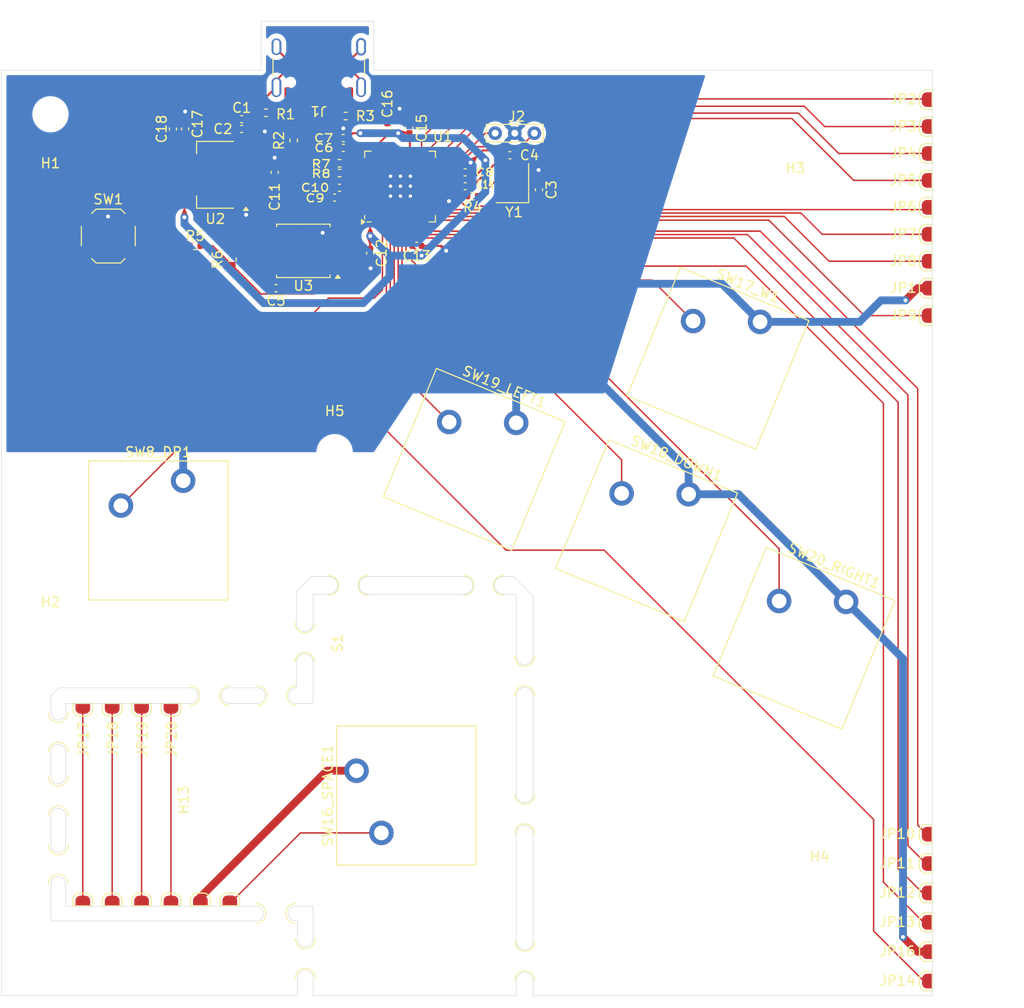
<source format=kicad_pcb>
(kicad_pcb (version 20240108) (generator "pcbnew") (generator_version "8.0")
  (layers (0 "F.Cu" signal) (31 "B.Cu" signal) (34 "B.Paste" user) (35 "F.Paste" user) (36 "B.SilkS" user "B.Silkscreen") (37 "F.SilkS" user "F.Silkscreen") (38 "B.Mask" user) (39 "F.Mask" user) (44 "Edge.Cuts" user))
  (net 0 "")
  (net 1 "VBUS")
  (net 2 "GND")
  (net 3 "+3.3V")
  (net 4 "Net-(C4-Pad2)")
  (net 5 "Net-(J1-SHIELD)")
  (net 6 "Net-(J1-CC2)")
  (net 7 "Net-(J1-CC1)")
  (net 14 "+1V1")
  (net 15 "Net-(R5-Pad1)")
  (net 16 "Net-(U1-USB_DM)")
  (net 17 "Net-(U1-USB_DP)")
  (net 18 "/Main/XIN")
  (net 19 "/Main/XOUT")
  (net 20 "/Main/QSPI_SS")
  (net 21 "/Main/D-")
  (net 22 "/Main/D+")
  (net 23 "/Main/SWCLK")
  (net 24 "/Main/SWDIO")
  (net 25 "/Main/QSPI_SD3")
  (net 26 "/Main/QSPI_SCLK")
  (net 27 "/Main/QSPI_SD0")
  (net 28 "/Main/QSPI_SD2")
  (net 29 "/Main/QSPI_SD1")
  (net 38 "/Main/S2")
  (net 39 "/Main/S1")
  (net 40 "/Main/A1")
  (net 41 "/Main/A2")
  (net 42 "/Main/L1")
  (net 43 "/Main/R1")
  (net 44 "/Main/B4")
  (net 45 "/Main/L3")
  (net 46 "/Main/B3")
  (net 47 "/Main/R2")
  (net 48 "/Main/B2")
  (net 49 "/Main/B1")
  (net 50 "/Main/SPACE")
  (net 51 "DOWN")
  (net 52 "RIGHT")
  (net 53 "LEFT")
  (net 54 "L2")
  (net 55 "W")
  (net 56 "/Buttons/SPACE")
  (net 57 "Net-(JP10-B)")
  (net 58 "Net-(JP11-B)")
  (net 59 "Net-(JP12-B)")
  (net 60 "Net-(JP13-B)")
  (footprint "Capacitor_SMD:C_0402_1005Metric" (layer "F.Cu") (at 155.7 41.9 180)
    (property "Reference" "C10")
    (property "Value" "100n")
  )
  (footprint "Fightstick_Library:EdgeSolderJumper-2_Left_Half" (layer "F.Cu") (at 216.27 107.9)
    (property "Reference" "JP10")
    (property "Value" "SolderJumper_2_Bridged")
  )
  (footprint "" (layer "F.Cu") (at 161.916 40.724)
    (property "Reference" "")
    (property "Value" "")
  )
  (footprint "MountingHole:MountingHole_3.2mm_M3" (layer "F.Cu") (at 126.2 88.4)
    (property "Reference" "H2")
    (property "Value" "MountingHole")
  )
  (footprint "Capacitor_SMD:C_0402_1005Metric" (layer "F.Cu") (at 168.52 41.74)
    (property "Reference" "C14")
    (property "Value" "100n")
  )
  (footprint "Fightstick_Library:Debug_Points" (layer "F.Cu") (at 174.88 36.33 180)
    (property "Reference" "J2")
    (property "Value" "Conn_01x03_Socket")
  )
  (footprint "Capacitor_SMD:C_0402_1005Metric" (layer "F.Cu") (at 173.08 38.58 180)
    (property "Reference" "C4")
    (property "Value" "15p")
  )
  (footprint "" (layer "F.Cu") (at 162.932 41.74)
    (property "Reference" "")
    (property "Value" "")
  )
  (footprint "Resistor_SMD:R_0402_1005Metric" (layer "F.Cu") (at 140.961 47.836)
    (property "Reference" "R5")
    (property "Value" "1K")
  )
  (footprint "Fightstick_Library:mouse-bite-2mm-slot" (layer "F.Cu") (at 152.15 88.35 90)
    (property "Reference" "mouse-bite-2mm-slot" (hide yes))
    (property "Value" "VAL**" (hide yes))
  )
  (footprint "Capacitor_SMD:C_0402_1005Metric" (layer "F.Cu") (at 138.7 35.9 90)
    (property "Reference" "C18")
    (property "Value" "4.7u")
  )
  (footprint "" (layer "F.Cu") (at 161.916 42.756)
    (property "Reference" "")
    (property "Value" "")
  )
  (footprint "Fightstick_Library:mouse-bite-2mm-slot" (layer "F.Cu") (at 170.4 82.5 180)
    (property "Reference" "mouse-bite-2mm-slot" (hide yes))
    (property "Value" "VAL**" (hide yes))
  )
  (footprint "Fightstick_Library:EdgeSolderJumper-2_Left_Half" (layer "F.Cu") (at 129.5 94.45 90)
    (property "Reference" "JP17" (hide yes))
    (property "Value" "SolderJumper_2_Bridged")
  )
  (footprint "PCM_Mounting_Keyboard_Stabilizer:Stabilizer_Cherry_MX_2.00u" (layer "F.Cu") (at 162.51 103.96 90)
    (property "Reference" "S1")
    (property "Value" "~")
  )
  (footprint "Package_TO_SOT_SMD:SOT-223-3_TabPin2" (layer "F.Cu") (at 143.022 40.578 180)
    (property "Reference" "U2")
    (property "Value" "AMS1117-3.3_SOT223")
  )
  (footprint "Capacitor_SMD:C_0402_1005Metric" (layer "F.Cu") (at 160.58 35.83 90)
    (property "Reference" "C16")
    (property "Value" "100n")
  )
  (footprint "Fightstick_Library:mouse-bite-2mm-slot" (layer "F.Cu") (at 127 97.5 90)
    (property "Reference" "mouse-bite-2mm-slot" (hide yes))
    (property "Value" "VAL**" (hide yes))
  )
  (footprint "MountingHole:MountingHole_3.2mm_M3" (layer "F.Cu") (at 144 104.4 90)
    (property "Reference" "H13")
    (property "Value" "MountingHole")
  )
  (footprint "Fightstick_Library:USB_C_Receptacle_U262-161N-4BVC11" (layer "F.Cu") (at 153.58 28.58 180)
    (property "Reference" "J1")
    (property "Value" "USB_C_Receptacle_USB2.0_14P")
  )
  (footprint "Resistor_SMD:R_0402_1005Metric" (layer "F.Cu") (at 156.33 34.58)
    (property "Reference" "R3")
    (property "Value" "5.1K")
  )
  (footprint "Fightstick_Library:EdgeSolderJumper-2_Left_Half" (layer "F.Cu") (at 216.27 54.95)
    (property "Reference" "JP9")
    (property "Value" "SolderJumper_2_Bridged")
  )
  (footprint "" (layer "F.Cu") (at 162.932 40.724)
    (property "Reference" "")
    (property "Value" "")
  )
  (footprint "" (layer "F.Cu") (at 162.932 42.756)
    (property "Reference" "")
    (property "Value" "")
  )
  (footprint "Fightstick_Library:SW_TS-1187A-C-A-B" (layer "F.Cu") (at 132.105 46.83)
    (property "Reference" "SW1")
    (property "Value" "Memory Reset")
  )
  (footprint "PCM_Switch_Keyboard_Cherry_MX:SW_Cherry_MX_PCB_1.00u" (layer "F.Cu") (at 187.034772 76.914362 -22.5)
    (property "Reference" "SW18_DOWN1")
    (property "Value" "SW_Push")
  )
  (footprint "Fightstick_Library:EdgeSolderJumper-2_Left_Half" (layer "F.Cu") (at 216.29 119.9)
    (property "Reference" "JP16")
    (property "Value" "SolderJumper_2_Bridged")
  )
  (footprint "Fightstick_Library:mouse-bite-2mm-slot" (layer "F.Cu") (at 142.45 93.75 180)
    (property "Reference" "mouse-bite-2mm-slot" (hide yes))
    (property "Value" "VAL**" (hide yes))
  )
  (footprint "Fightstick_Library:mouse-bite-2mm-slot" (layer "F.Cu") (at 174.6 120.85 90)
    (property "Reference" "mouse-bite-2mm-slot" (hide yes))
    (property "Value" "VAL**" (hide yes))
  )
  (footprint "Fightstick_Library:EdgeSolderJumper-2_Left_Half" (layer "F.Cu") (at 216.27 35.65)
    (property "Reference" "JP3")
    (property "Value" "SolderJumper_2_Bridged")
  )
  (footprint "MountingHole:MountingHole_3.2mm_M3" (layer "F.Cu") (at 155.2 68.9)
    (property "Reference" "H5")
    (property "Value" "MountingHole")
  )
  (footprint "Fightstick_Library:EdgeSolderJumper-2_Left_Half" (layer "F.Cu") (at 216.27 52.15)
    (property "Reference" "JP1")
    (property "Value" "SolderJumper_2_Bridged")
  )
  (footprint "Resistor_SMD:R_0402_1005Metric" (layer "F.Cu") (at 151.022 37.078 -90)
    (property "Reference" "R2")
    (property "Value" "5.1K")
  )
  (footprint "Fightstick_Library:EdgeSolderJumper-2_Left_Half" (layer "F.Cu") (at 216.29 122.9)
    (property "Reference" "JP14")
    (property "Value" "SolderJumper_2_Bridged")
  )
  (footprint "Fightstick_Library:EdgeSolderJumper-2_Left_Half" (layer "F.Cu") (at 216.27 32.9)
    (property "Reference" "JP2")
    (property "Value" "SolderJumper_2_Bridged")
  )
  (footprint "Capacitor_SMD:C_0402_1005Metric" (layer "F.Cu") (at 168.52 40.33)
    (property "Reference" "C8")
    (property "Value" "100n")
  )
  (footprint "Capacitor_SMD:C_0402_1005Metric" (layer "F.Cu") (at 155.2 42.9 180)
    (property "Reference" "C9")
    (property "Value" "100n")
  )
  (footprint "Fightstick_Library:EdgeSolderJumper-2_Left_Half" (layer "F.Cu") (at 216.27 113.9)
    (property "Reference" "JP12")
    (property "Value" "SolderJumper_2_Bridged")
  )
  (footprint "Fightstick_Library:mouse-bite-2mm-slot" (layer "F.Cu") (at 127 104 90)
    (property "Reference" "mouse-bite-2mm-slot" (hide yes))
    (property "Value" "VAL**" (hide yes))
  )
  (footprint "PCM_Switch_Keyboard_Cherry_MX:SW_Cherry_MX_PCB_1.00u" (layer "F.Cu") (at 203.103943 87.9 -22.5)
    (property "Reference" "SW20_RIGHT1")
    (property "Value" "SW_Push")
  )
  (footprint "Fightstick_Library:mouse-bite-2mm-slot" (layer "F.Cu") (at 174.6 105.85 90)
    (property "Reference" "mouse-bite-2mm-slot" (hide yes))
    (property "Value" "VAL**" (hide yes))
  )
  (footprint "Capacitor_SMD:C_0402_1005Metric" (layer "F.Cu") (at 145.7 35.9)
    (property "Reference" "C2")
    (property "Value" "4.7u")
  )
  (footprint "Capacitor_SMD:C_0402_1005Metric" (layer "F.Cu") (at 156.08 37.83 180)
    (property "Reference" "C6")
    (property "Value" "1u")
  )
  (footprint "PCM_Switch_Keyboard_Cherry_MX:SW_Cherry_MX_PCB" (layer "F.Cu") (at 137.2 76.891696)
    (property "Reference" "SW8_DP1")
    (property "Value" "SW_Push")
  )
  (footprint "Fightstick_Library:EdgeSolderJumper-2_Left_Half" (layer "F.Cu") (at 216.27 43.9)
    (property "Reference" "JP6")
    (property "Value" "SolderJumper_2_Bridged")
  )
  (footprint "Capacitor_SMD:C_0402_1005Metric" (layer "F.Cu") (at 163.58 47.83)
    (property "Reference" "C13")
    (property "Value" "100n")
  )
  (footprint "Crystal:Crystal_SMD_3225-4Pin_3.2x2.5mm" (layer "F.Cu") (at 173.346 41.43 90)
    (property "Reference" "Y1")
    (property "Value" "12 mhz crystal")
  )
  (footprint "Fightstick_Library:EdgeSolderJumper-2_Right_Half" (layer "F.Cu") (at 129.5 115.33 90)
    (property "Reference" "JP10" (hide yes))
    (property "Value" "SolderJumper_2_Bridged")
  )
  (footprint "Fightstick_Library:EdgeSolderJumper-2_Right_Half" (layer "F.Cu") (at 141.5 115.31 90)
    (property "Reference" "JP16" (hide yes))
    (property "Value" "SolderJumper_2_Bridged")
  )
  (footprint "PCM_Switch_Keyboard_Cherry_MX:SW_Cherry_MX_PCB_1.00u" (layer "F.Cu") (at 169.434867 69.624243 -22.5)
    (property "Reference" "SW19_LEFT1")
    (property "Value" "SW_Push")
  )
  (footprint "Capacitor_SMD:C_0402_1005Metric" (layer "F.Cu") (at 149.216 52.154)
    (property "Reference" "C5")
    (property "Value" "100n")
  )
  (footprint "Fightstick_Library:EdgeSolderJumper-2_Left_Half" (layer "F.Cu") (at 138.5 94.45 90)
    (property "Reference" "JP20" (hide yes))
    (property "Value" "SolderJumper_2_Bridged")
  )
  (footprint "Fightstick_Library:mouse-bite-2mm-slot" (layer "F.Cu") (at 149.3 93.75 180)
    (property "Reference" "mouse-bite-2mm-slot" (hide yes))
    (property "Value" "VAL**" (hide yes))
  )
  (footprint "Fightstick_Library:EdgeSolderJumper-2_Left_Half" (layer "F.Cu") (at 135.5 94.45 90)
    (property "Reference" "JP19" (hide yes))
    (property "Value" "SolderJumper_2_Bridged")
  )
  (footprint "Fightstick_Library:mouse-bite-2mm-slot" (layer "F.Cu") (at 149.2 116 180)
    (property "Reference" "mouse-bite-2mm-slot" (hide yes))
    (property "Value" "VAL**" (hide yes))
  )
  (footprint "PCM_Switch_Keyboard_Cherry_MX:SW_Cherry_MX_PCB" (layer "F.Cu") (at 162.51 103.96 90)
    (property "Reference" "SW16_SPACE1")
    (property "Value" "SW_Push")
  )
  (footprint "Fightstick_Library:EdgeSolderJumper-2_Right_Half" (layer "F.Cu") (at 132.5 115.33 90)
    (property "Reference" "JP11" (hide yes))
    (property "Value" "SolderJumper_2_Bridged")
  )
  (footprint "Resistor_SMD:R_0402_1005Metric" (layer "F.Cu") (at 148.2 34.247)
    (property "Reference" "R1")
    (property "Value" "1M")
  )
  (footprint "Capacitor_SMD:C_0402_1005Metric" (layer "F.Cu") (at 139.945 35.898 90)
    (property "Reference" "C17")
    (property "Value" "4.7u")
  )
  (footprint "" (layer "F.Cu") (at 160.9 42.756)
    (property "Reference" "")
    (property "Value" "")
  )
  (footprint "Fightstick_Library:EdgeSolderJumper-2_Left_Half" (layer "F.Cu") (at 216.27 38.4)
    (property "Reference" "JP4")
    (property "Value" "SolderJumper_2_Bridged")
  )
  (footprint "Fightstick_Library:mouse-bite-2mm-slot" (layer "F.Cu") (at 174.6 91.75 90)
    (property "Reference" "mouse-bite-2mm-slot" (hide yes))
    (property "Value" "VAL**" (hide yes))
  )
  (footprint "" (layer "F.Cu") (at 160.9 41.74)
    (property "Reference" "")
    (property "Value" "")
  )
  (footprint "Capacitor_SMD:C_0402_1005Metric" (layer "F.Cu") (at 149.08 40.33 90)
    (property "Reference" "C11")
    (property "Value" "100n")
  )
  (footprint "Fightstick_Library:EdgeSolderJumper-2_Right_Half" (layer "F.Cu") (at 138.5 115.33 90)
    (property "Reference" "JP13" (hide yes))
    (property "Value" "SolderJumper_2_Bridged")
  )
  (footprint "Fightstick_Library:EdgeSolderJumper-2_Left_Half" (layer "F.Cu") (at 216.27 41.15)
    (property "Reference" "JP5")
    (property "Value" "SolderJumper_2_Bridged")
  )
  (footprint "Package_SO:SOIC-8_5.23x5.23mm_P1.27mm" (layer "F.Cu") (at 152.01 48.344 180)
    (property "Reference" "U3")
    (property "Value" "W25Q128JVSIQ")
  )
  (footprint "Capacitor_SMD:C_0402_1005Metric" (layer "F.Cu") (at 158.83 48.58 -90)
    (property "Reference" "C12")
    (property "Value" "100n")
  )
  (footprint "Resistor_SMD:R_0402_1005Metric" (layer "F.Cu") (at 155.7 40.4)
    (property "Reference" "R8")
    (property "Value" "27")
  )
  (footprint "MountingHole:MountingHole_3.2mm_M3" (layer "F.Cu") (at 197.7 39.9)
    (property "Reference" "H3")
    (property "Value" "MountingHole")
  )
  (footprint "Package_DFN_QFN:QFN-56-1EP_7x7mm_P0.4mm_EP3.2x3.2mm" (layer "F.Cu") (at 161.878 41.778 90)
    (property "Reference" "U1")
    (property "Value" "RP2040")
  )
  (footprint "Capacitor_SMD:C_0402_1005Metric" (layer "F.Cu") (at 162.83 35.81 90)
    (property "Reference" "C15")
    (property "Value" "100n")
  )
  (footprint "Fightstick_Library:EdgeSolderJumper-2_Left_Half" (layer "F.Cu") (at 216.27 49.4)
    (property "Reference" "JP8")
    (property "Value" "SolderJumper_2_Bridged")
  )
  (footprint "Resistor_SMD:R_0402_1005Metric_Pad0.72x0.64mm_HandSolder" (layer "F.Cu") (at 144.771 49.233 -90)
    (property "Reference" "R6")
    (property "Value" "DNF")
  )
  (footprint "Fightstick_Library:EdgeSolderJumper-2_Left_Half" (layer "F.Cu") (at 132.5 94.45 90)
    (property "Reference" "JP18" (hide yes))
    (property "Value" "SolderJumper_2_Bridged")
  )
  (footprint "Fightstick_Library:mouse-bite-2mm-slot" (layer "F.Cu") (at 156.6 82.5 180)
    (property "Reference" "mouse-bite-2mm-slot" (hide yes))
    (property "Value" "VAL**" (hide yes))
  )
  (footprint "Fightstick_Library:EdgeSolderJumper-2_Left_Half" (layer "F.Cu") (at 216.27 110.9)
    (property "Reference" "JP11")
    (property "Value" "SolderJumper_2_Bridged")
  )
  (footprint "Resistor_SMD:R_0402_1005Metric" (layer "F.Cu") (at 155.7 39.4)
    (property "Reference" "R7")
    (property "Value" "27")
  )
  (footprint "Fightstick_Library:EdgeSolderJumper-2_Left_Half" (layer "F.Cu") (at 216.27 116.9)
    (property "Reference" "JP13")
    (property "Value" "SolderJumper_2_Bridged")
  )
  (footprint "MountingHole:MountingHole_3.2mm_M3" (layer "F.Cu") (at 126.2 34.4)
    (property "Reference" "H1")
    (property "Value" "MountingHole")
  )
  (footprint "Resistor_SMD:R_0402_1005Metric" (layer "F.Cu") (at 169.28 42.756 180)
    (property "Reference" "R4")
    (property "Value" "1K")
  )
  (footprint "" (layer "F.Cu") (at 160.9 40.724)
    (property "Reference" "")
    (property "Value" "")
  )
  (footprint "" (layer "F.Cu") (at 161.916 41.74)
    (property "Reference" "")
    (property "Value" "")
  )
  (footprint "Capacitor_SMD:C_0402_1005Metric" (layer "F.Cu") (at 156.08 36.83 180)
    (property "Reference" "C7")
    (property "Value" "1u")
  )
  (footprint "Fightstick_Library:mouse-bite-2mm-slot" (layer "F.Cu") (at 152.2 120.6 90)
    (property "Reference" "mouse-bite-2mm-slot" (hide yes))
    (property "Value" "VAL**" (hide yes))
  )
  (footprint "Fightstick_Library:EdgeSolderJumper-2_Left_Half" (layer "F.Cu") (at 216.27 46.65)
    (property "Reference" "JP7")
    (property "Value" "SolderJumper_2_Bridged")
  )
  (footprint "Fightstick_Library:EdgeSolderJumper-2_Right_Half" (layer "F.Cu") (at 135.5 115.33 90)
    (property "Reference" "JP12" (hide yes))
    (property "Value" "SolderJumper_2_Bridged")
  )
  (footprint "Fightstick_Library:EdgeSolderJumper-2_Right_Half" (layer "F.Cu") (at 144.5 115.31 90)
    (property "Reference" "JP14" (hide yes))
    (property "Value" "SolderJumper_2_Bridged")
  )
  (footprint "Capacitor_SMD:C_0402_1005Metric" (layer "F.Cu") (at 145.72 34.9)
    (property "Reference" "C1")
    (property "Value" "4.7u")
  )
  (footprint "PCM_Switch_Keyboard_Cherry_MX:SW_Cherry_MX_PCB_1.00u" (layer "F.Cu") (at 194.324891 59.314457 -22.5)
    (property "Reference" "SW17_W1")
    (property "Value" "SW_Push")
  )
  (footprint "Fightstick_Library:mouse-bite-2mm-slot" (layer "F.Cu") (at 127 111 90)
    (property "Reference" "mouse-bite-2mm-slot" (hide yes))
    (property "Value" "VAL**" (hide yes))
  )
  (footprint "MountingHole:MountingHole_3.2mm_M3" (layer "F.Cu") (at 204.7 114.4)
    (property "Reference" "H4")
    (property "Value" "MountingHole")
  )
  (footprint "Capacitor_SMD:C_0402_1005Metric" (layer "F.Cu") (at 176.052 42.108 -90)
    (property "Reference" "C3")
    (property "Value" "15p")
  )
  (gr_arc (start 126.25 106) (mid 127 105.25) (end 127.75 106) (stroke (width 0.05)) (layer "Edge.Cuts"))
  (gr_arc (start 172.4 83.4) (mid 171.5 82.5) (end 172.4 81.6) (stroke (width 0.05)) (layer "Edge.Cuts"))
  (gr_line (start 151.3 90.35) (end 151.3 92.95) (stroke (width 0.05)) (layer "Edge.Cuts"))
  (gr_line (start 153 124.4) (end 173.75 124.4) (stroke (width 0.05)) (layer "Edge.Cuts"))
  (gr_line (start 175.45 124.4) (end 216.2 124.4) (stroke (width 0.05)) (layer "Edge.Cuts"))
  (gr_line (start 126.25 109) (end 126.25 106) (stroke (width 0.05)) (layer "Edge.Cuts"))
  (gr_line (start 147.7 29.9) (end 121.2 29.9) (stroke (width 0.05)) (layer "Edge.Cuts"))
  (gr_line (start 153 122.6) (end 153 124.4) (stroke (width 0.05)) (layer "Edge.Cuts"))
  (gr_line (start 151.4 122.6) (end 151.4 124.4) (stroke (width 0.05)) (layer "Edge.Cuts"))
  (gr_line (start 127.75 106) (end 127.75 109) (stroke (width 0.05)) (layer "Edge.Cuts"))
  (gr_arc (start 175.45 103.85) (mid 174.6 104.7) (end 173.75 103.85) (stroke (width 0.05)) (layer "Edge.Cuts"))
  (gr_line (start 151.4 124.4) (end 121.2 124.4) (stroke (width 0.05)) (layer "Edge.Cuts"))
  (gr_line (start 127.75 95.5) (end 127.75 94.55) (stroke (width 0.05)) (layer "Edge.Cuts"))
  (gr_line (start 175.45 118.85) (end 175.45 107.85) (stroke (width 0.05)) (layer "Edge.Cuts"))
  (gr_arc (start 168.4 81.6) (mid 169.3 82.5) (end 168.4 83.4) (stroke (width 0.05)) (layer "Edge.Cuts"))
  (gr_line (start 216.2 29.9) (end 159.2 29.9) (stroke (width 0.05)) (layer "Edge.Cuts"))
  (gr_arc (start 144.45 94.55) (mid 143.65 93.75) (end 144.45 92.95) (stroke (width 0.05)) (layer "Edge.Cuts"))
  (gr_line (start 127.75 115.25) (end 147.2 115.25) (stroke (width 0.05)) (layer "Edge.Cuts"))
  (gr_line (start 152.8 81.6) (end 151.3 83.1) (stroke (width 0.05)) (layer "Edge.Cuts"))
  (gr_line (start 126.25 95.5) (end 126.25 93.8) (stroke (width 0.05)) (layer "Edge.Cuts"))
  (gr_line (start 175.45 83.6) (end 173.45 81.6) (stroke (width 0.05)) (layer "Edge.Cuts"))
  (gr_line (start 175.45 122.85) (end 175.45 124.4) (stroke (width 0.05)) (layer "Edge.Cuts"))
  (gr_arc (start 153 118.6) (mid 152.2 119.4) (end 151.4 118.6) (stroke (width 0.05)) (layer "Edge.Cuts"))
  (gr_arc (start 158.6 83.4) (mid 157.7 82.5) (end 158.6 81.6) (stroke (width 0.05)) (layer "Edge.Cuts"))
  (gr_line (start 153 115.25) (end 153 118.6) (stroke (width 0.05)) (layer "Edge.Cuts"))
  (gr_line (start 175.45 103.85) (end 175.45 93.75) (stroke (width 0.05)) (layer "Edge.Cuts"))
  (gr_arc (start 154.6 81.6) (mid 155.5 82.5) (end 154.6 83.4) (stroke (width 0.05)) (layer "Edge.Cuts"))
  (gr_line (start 173.75 83.4) (end 173.75 89.75) (stroke (width 0.05)) (layer "Edge.Cuts"))
  (gr_line (start 168.4 81.6) (end 158.6 81.6) (stroke (width 0.05)) (layer "Edge.Cuts"))
  (gr_line (start 147.2 116.75) (end 126.25 116.75) (stroke (width 0.05)) (layer "Edge.Cuts"))
  (gr_line (start 173.75 124.4) (end 173.75 122.85) (stroke (width 0.05)) (layer "Edge.Cuts"))
  (gr_arc (start 127.75 95.5) (mid 127 96.25) (end 126.25 95.5) (stroke (width 0.05)) (layer "Edge.Cuts"))
  (gr_arc (start 147.2 115.25) (mid 147.95 116) (end 147.2 116.75) (stroke (width 0.05)) (layer "Edge.Cuts"))
  (gr_line (start 173.75 83.4) (end 172.4 83.4) (stroke (width 0.05)) (layer "Edge.Cuts"))
  (gr_line (start 153 94.55) (end 151.3 94.55) (stroke (width 0.05)) (layer "Edge.Cuts"))
  (gr_arc (start 126.25 99.5) (mid 127 98.75) (end 127.75 99.5) (stroke (width 0.05)) (layer "Edge.Cuts"))
  (gr_line (start 173.75 103.85) (end 173.75 93.75) (stroke (width 0.05)) (layer "Edge.Cuts"))
  (gr_line (start 121.2 29.9) (end 121.2 124.4) (stroke (width 0.05)) (layer "Edge.Cuts"))
  (gr_arc (start 147.3 92.95) (mid 148.1 93.75) (end 147.3 94.55) (stroke (width 0.05)) (layer "Edge.Cuts"))
  (gr_line (start 154.6 81.6) (end 152.8 81.6) (stroke (width 0.05)) (layer "Edge.Cuts"))
  (gr_line (start 216.2 124.4) (end 216.2 29.9) (stroke (width 0.05)) (layer "Edge.Cuts"))
  (gr_line (start 127.75 113) (end 127.75 115.25) (stroke (width 0.05)) (layer "Edge.Cuts"))
  (gr_line (start 151.4 116.75) (end 151.2 116.75) (stroke (width 0.05)) (layer "Edge.Cuts"))
  (gr_line (start 153 86.35) (end 153 83.4) (stroke (width 0.05)) (layer "Edge.Cuts"))
  (gr_line (start 127.75 99.5) (end 127.75 102) (stroke (width 0.05)) (layer "Edge.Cuts"))
  (gr_line (start 151.3 86.35) (end 151.3 83.1) (stroke (width 0.05)) (layer "Edge.Cuts"))
  (gr_arc (start 126.25 113) (mid 127 112.25) (end 127.75 113) (stroke (width 0.05)) (layer "Edge.Cuts"))
  (gr_line (start 153 83.4) (end 154.6 83.4) (stroke (width 0.05)) (layer "Edge.Cuts"))
  (gr_arc (start 151.4 122.6) (mid 152.2 121.8) (end 153 122.6) (stroke (width 0.05)) (layer "Edge.Cuts"))
  (gr_arc (start 127.75 102) (mid 127 102.75) (end 126.25 102) (stroke (width 0.05)) (layer "Edge.Cuts"))
  (gr_line (start 159.2 29.9) (end 159.2 24.9) (stroke (width 0.05)) (layer "Edge.Cuts"))
  (gr_line (start 173.45 81.6) (end 172.4 81.6) (stroke (width 0.05)) (layer "Edge.Cuts"))
  (gr_line (start 168.4 83.4) (end 158.6 83.4) (stroke (width 0.05)) (layer "Edge.Cuts"))
  (gr_line (start 151.2 115.25) (end 153 115.25) (stroke (width 0.05)) (layer "Edge.Cuts"))
  (gr_arc (start 175.45 89.75) (mid 174.6 90.6) (end 173.75 89.75) (stroke (width 0.05)) (layer "Edge.Cuts"))
  (gr_line (start 126.25 93.8) (end 127.1 92.95) (stroke (width 0.05)) (layer "Edge.Cuts"))
  (gr_arc (start 173.75 107.85) (mid 174.6 107) (end 175.45 107.85) (stroke (width 0.05)) (layer "Edge.Cuts"))
  (gr_line (start 175.45 89.75) (end 175.45 83.6) (stroke (width 0.05)) (layer "Edge.Cuts"))
  (gr_line (start 147.7 24.9) (end 147.7 29.9) (stroke (width 0.05)) (layer "Edge.Cuts"))
  (gr_line (start 126.25 113) (end 126.25 116.75) (stroke (width 0.05)) (layer "Edge.Cuts"))
  (gr_arc (start 151.3 90.35) (mid 152.15 89.5) (end 153 90.35) (stroke (width 0.05)) (layer "Edge.Cuts"))
  (gr_arc (start 127.75 109) (mid 127 109.75) (end 126.25 109) (stroke (width 0.05)) (layer "Edge.Cuts"))
  (gr_arc (start 175.45 118.85) (mid 174.6 119.7) (end 173.75 118.85) (stroke (width 0.05)) (layer "Edge.Cuts"))
  (gr_line (start 147.3 94.55) (end 144.45 94.55) (stroke (width 0.05)) (layer "Edge.Cuts"))
  (gr_line (start 126.25 102) (end 126.25 99.5) (stroke (width 0.05)) (layer "Edge.Cuts"))
  (gr_arc (start 151.3 94.55) (mid 150.5 93.75) (end 151.3 92.95) (stroke (width 0.05)) (layer "Edge.Cuts"))
  (gr_arc (start 140.45 92.95) (mid 141.25 93.75) (end 140.45 94.55) (stroke (width 0.05)) (layer "Edge.Cuts"))
  (gr_arc (start 153 86.35) (mid 152.15 87.2) (end 151.3 86.35) (stroke (width 0.05)) (layer "Edge.Cuts"))
  (gr_line (start 173.75 118.85) (end 173.75 107.85) (stroke (width 0.05)) (layer "Edge.Cuts"))
  (gr_arc (start 173.75 93.75) (mid 174.6 92.9) (end 175.45 93.75) (stroke (width 0.05)) (layer "Edge.Cuts"))
  (gr_line (start 144.45 92.95) (end 147.3 92.95) (stroke (width 0.05)) (layer "Edge.Cuts"))
  (gr_line (start 140.45 92.95) (end 127.1 92.95) (stroke (width 0.05)) (layer "Edge.Cuts"))
  (gr_line (start 159.2 24.9) (end 147.7 24.9) (stroke (width 0.05)) (layer "Edge.Cuts"))
  (gr_arc (start 151.2 116.75) (mid 150.45 116) (end 151.2 115.25) (stroke (width 0.05)) (layer "Edge.Cuts"))
  (gr_arc (start 173.75 122.85) (mid 174.6 122) (end 175.45 122.85) (stroke (width 0.05)) (layer "Edge.Cuts"))
  (gr_line (start 140.45 94.55) (end 127.75 94.55) (stroke (width 0.05)) (layer "Edge.Cuts"))
  (gr_line (start 151.4 118.6) (end 151.4 116.75) (stroke (width 0.05)) (layer "Edge.Cuts"))
  (gr_line (start 153 90.35) (end 153 94.55) (stroke (width 0.05)) (layer "Edge.Cuts"))
  (gr_text "JP19" (at 135.57 98.2 90) (layer "F.SilkS") (effects (font (size 1 1))))
  (gr_text "JP17" (at 129.57 98.2 90) (layer "F.SilkS") (effects (font (size 1 1))))
  (gr_text "JP18" (at 132.57 98.2 90) (layer "F.SilkS") (effects (font (size 1 1))))
  (gr_text "JP20" (at 138.57 98.2 90) (layer "F.SilkS") (effects (font (size 1 1))))
  (segment (start 145.22 37.326) (end 146.172 38.278) (width 0.2) (layer "F.Cu") (net 1))
  (segment (start 146.502 37.948) (end 146.172 38.278) (width 0.2) (layer "F.Cu") (net 1))
  (segment (start 154.764999 30.43) (end 152.51259 30.43) (width 0.2) (layer "F.Cu") (net 1))
  (segment (start 155.98 31.645001) (end 154.764999 30.43) (width 0.2) (layer "F.Cu") (net 1))
  (segment (start 147.372 38.278) (end 151.18 34.47) (width 0.2) (layer "F.Cu") (net 1))
  (segment (start 155.98 32.215) (end 155.98 31.645001) (width 0.2) (layer "F.Cu") (net 1))
  (segment (start 145.22 35.9) (end 145.22 37.326) (width 0.2) (layer "F.Cu") (net 1))
  (segment (start 145.24 35.88) (end 145.22 35.9) (width 0.2) (layer "F.Cu") (net 1))
  (segment (start 145.24 34.9) (end 145.24 35.88) (width 0.2) (layer "F.Cu") (net 1))
  (segment (start 146.172 38.278) (end 147.372 38.278) (width 0.2) (layer "F.Cu") (net 1))
  (segment (start 151.18 31.76259) (end 151.18 32.215) (width 0.2) (layer "F.Cu") (net 1))
  (segment (start 151.18 34.47) (end 151.18 32.3) (width 0.2) (layer "F.Cu") (net 1))
  (segment (start 152.51259 30.43) (end 151.18 31.76259) (width 0.2) (layer "F.Cu") (net 1))
  (segment (start 149.08 38.83) (end 149.08 39.85) (width 0.2) (layer "F.Cu") (net 2))
  (segment (start 169 39.41) (end 169.08 39.33) (width 0.2) (layer "F.Cu") (net 2))
  (segment (start 155.6 36.31) (end 156.08 35.83) (width 0.2) (layer "F.Cu") (net 2))
  (segment (start 172.496 42.53) (end 172.496 42.43) (width 0.2) (layer "F.Cu") (net 2))
  (segment (start 146.18 35.9) (end 147.821 35.9) (width 0.2) (layer "F.Cu") (net 2))
  (segment (start 155.22 41.9) (end 147.15 41.9) (width 0.2) (layer "F.Cu") (net 2))
  (segment (start 176.013 40.089) (end 174.437 40.089) (width 0.2) (layer "F.Cu") (net 2))
  (segment (start 141.5 114.33) (end 154.41 101.42) (width 0.8) (layer "F.Cu") (net 2))
  (segment (start 161.83 33.83) (end 160.58 35.08) (width 0.2) (layer "F.Cu") (net 2))
  (segment (start 154.72 42.9) (end 146.194 42.9) (width 0.2) (layer "F.Cu") (net 2))
  (segment (start 160.58 35.08) (end 160.58 35.35) (width 0.2) (layer "F.Cu") (net 2))
  (segment (start 156.78 34.27) (end 156.84 34.33) (width 0.2) (layer "F.Cu") (net 2))
  (segment (start 176.052 41.628) (end 176.052 40.128) (width 0.2) (layer "F.Cu") (net 2))
  (segment (start 165.3155 42.778) (end 166.383 42.778) (width 0.2) (layer "F.Cu") (net 2))
  (segment (start 161.84 41.74) (end 161.878 41.778) (width 0.8) (layer "F.Cu") (net 2))
  (segment (start 147.15 41.9) (end 146.172 42.878) (width 0.2) (layer "F.Cu") (net 2))
  (segment (start 156.84 35.07) (end 156.08 35.83) (width 0.2) (layer "F.Cu") (net 2))
  (segment (start 162.83 35.33) (end 162.83 34.83) (width 0.2) (layer "F.Cu") (net 2))
  (segment (start 169 40.33) (end 169 39.41) (width 0.2) (layer "F.Cu") (net 2))
  (segment (start 153.9785 46.5025) (end 154.042 46.439) (width 0.2) (layer "F.Cu") (net 2))
  (segment (start 154.042 46.439) (end 155.61 46.439) (width 0.2) (layer "F.Cu") (net 2))
  (segment (start 146.194 42.9) (end 146.172 42.878) (width 0.2) (layer "F.Cu") (net 2))
  (segment (start 171.58 38.460025) (end 171.207975 38.088) (width 0.2) (layer "F.Cu") (net 2))
  (segment (start 154.41 101.42) (end 157.43 101.42) (width 0.8) (layer "F.Cu") (net 2))
  (segment (start 155.6 36.83) (end 155.6 36.31) (width 0.2) (layer "F.Cu") (net 2))
  (segment (start 214.7 119.9) (end 213.2 118.4) (width 0.8) (layer "F.Cu") (net 2))
  (segment (start 153.9785 46.5025) (end 149.696 50.785) (width 0.2) (layer "F.Cu") (net 2))
  (segment (start 171.58 39.439999) (end 171.58 38.460025) (width 0.2) (layer "F.Cu") (net 2))
  (segment (start 172.496 42.43) (end 174.196 40.73) (width 0.2) (layer "F.Cu") (net 2))
  (segment (start 169 41.74) (end 169.279999 41.74) (width 0.2) (layer "F.Cu") (net 2))
  (segment (start 162.83 34.83) (end 161.83 33.83) (width 0.2) (layer "F.Cu") (net 2))
  (segment (start 158.868 50.122) (end 158.868 49.098) (width 0.2) (layer "F.Cu") (net 2))
  (segment (start 139.943 35.42) (end 139.945 35.418) (width 0.2) (layer "F.Cu") (net 2))
  (segment (start 172.496 42.53) (end 172.496 42.63) (width 0.2) (layer "F.Cu") (net 2))
  (segment (start 149.696 50.785) (end 149.696 52.154) (width 0.2) (layer "F.Cu") (net 2))
  (segment (start 138.7 35.42) (end 139.943 35.42) (width 0.2) (layer "F.Cu") (net 2))
  (segment (start 214.7 52.15) (end 215.62 52.15) (width 0.8) (layer "F.Cu") (net 2))
  (segment (start 174.196 40.73) (end 174.196 40.33) (width 0.2) (layer "F.Cu") (net 2))
  (segment (start 147.821 35.9) (end 148.073 36.152) (width 0.2) (layer "F.Cu") (net 2))
  (segment (start 161.916 41.74) (end 161.84 41.74) (width 0.8) (layer "F.Cu") (net 2))
  (segment (start 131.955 44.955) (end 132.08 44.83) (width 0.15) (layer "F.Cu") (net 2))
  (segment (start 148.71 34.247) (end 148.71 35.515) (width 0.2) (layer "F.Cu") (net 2))
  (segment (start 171.207975 38.088) (end 170.322 38.088) (width 0.2) (layer "F.Cu") (net 2))
  (segment (start 155.6 37.83) (end 155.6 36.83) (width 0.2) (layer "F.Cu") (net 2))
  (segment (start 148.71 35.515) (end 148.073 36.152) (width 0.2) (layer "F.Cu") (net 2))
  (segment (start 174.437 40.089) (end 174.196 40.33) (width 0.2) (layer "F.Cu") (net 2))
  (segment (start 148.073 36.152) (end 150.38 33.845) (width 0.2) (layer "F.Cu") (net 2))
  (segment (start 150.322 37.588) (end 151.022 37.588) (width 0.2) (layer "F.Cu") (net 2))
  (segment (start 141.5 114.73) (end 141.5 114.33) (width 0.8) (layer "F.Cu") (net 2))
  (segment (start 132.205 44.955) (end 135.105 44.955) (width 0.15) (layer "F.Cu") (net 2))
  (segment (start 156.84 34.58) (end 156.84 35.07) (width 0.2) (layer "F.Cu") (net 2))
  (segment (start 174.504 38.58) (end 173.56 38.58) (width 0.2) (layer "F.Cu") (net 2))
  (segment (start 150.38 33.845) (end 150.38 32.3) (width 0.2) (layer "F.Cu") (net 2))
  (segment (start 146.2 34.9) (end 146.2 35.88) (width 0.2) (layer "F.Cu") (net 2))
  (segment (start 139.945 34.12) (end 139.945 35.418) (width 0.2) (layer "F.Cu") (net 2))
  (segment (start 158.868 49.098) (end 158.83 49.06) (width 0.2) (layer "F.Cu") (net 2))
  (segment (start 215.57 119.9) (end 214.7 119.9) (width 0.8) (layer "F.Cu") (net 2))
  (segment (start 170.322 38.088) (end 169.08 39.33) (width 0.2) (layer "F.Cu") (net 2))
  (segment (start 149.08 38.83) (end 150.322 37.588) (width 0.2) (layer "F.Cu") (net 2))
  (segment (start 146.168 42.882) (end 146.172 42.878) (width 0.2) (layer "F.Cu") (net 2))
  (segment (start 164.06 47.83) (end 166.08 47.83) (width 0.2) (layer "F.Cu") (net 2))
  (segment (start 166.08 47.83) (end 166.58 48.33) (width 0.2) (layer "F.Cu") (net 2))
  (segment (start 146.2 35.88) (end 146.18 35.9) (width 0.2) (layer "F.Cu") (net 2))
  (segment (start 140.105 35.578) (end 139.945 35.418) (width 0.2) (layer "F.Cu") (net 2))
  (segment (start 166.383 42.778) (end 166.869 43.264) (width 0.2) (layer "F.Cu") (net 2))
  (segment (start 156.78 32.3) (end 156.78 34.27) (width 0.2) (layer "F.Cu") (net 2))
  (segment (start 169.279999 41.74) (end 171.58 39.439999) (width 0.2) (layer "F.Cu") (net 2))
  (segment (start 161.916 41.816) (end 161.916 41.74) (width 0.8) (layer "F.Cu") (net 2))
  (segment (start 129.105 44.955) (end 131.955 44.955) (width 0.15) (layer "F.Cu") (net 2))
  (segment (start 132.08 44.83) (end 132.205 44.955) (width 0.15) (layer "F.Cu") (net 2))
  (segment (start 176.013 40.089) (end 174.504 38.58) (width 0.2) (layer "F.Cu") (net 2))
  (segment (start 146.168 44.661) (end 146.168 42.882) (width 0.2) (layer "F.Cu") (net 2))
  (segment (start 213.45 53.4) (end 214.7 52.15) (width 0.8) (layer "F.Cu") (net 2))
  (segment (start 176.052 40.128) (end 176.013 40.089) (width 0.2) (layer "F.Cu") (net 2))
  (via (at 148.073 36.152) (size 0.8) (drill 0.4) (layers "F.Cu" "B.Cu") (net 2))
  (via (at 158.868 50.122) (size 0.8) (drill 0.4) (layers "F.Cu" "B.Cu") (net 2))
  (via (at 146.168 44.661) (size 0.8) (drill 0.4) (layers "F.Cu" "B.Cu") (net 2))
  (via (at 169.08 39.33) (size 0.8) (drill 0.4) (layers "F.Cu" "B.Cu") (net 2))
  (via (at 132.08 44.83) (size 0.8) (drill 0.4) (layers "F.Cu" "B.Cu") (net 2))
  (via (at 139.945 34.12) (size 0.8) (drill 0.4) (layers "F.Cu" "B.Cu") (net 2))
  (via (at 153.9785 46.5025) (size 0.8) (drill 0.4) (layers "F.Cu" "B.Cu") (net 2))
  (via (at 166.869 43.264) (size 0.8) (drill 0.4) (layers "F.Cu" "B.Cu") (net 2))
  (via (at 156.08 35.83) (size 0.8) (drill 0.4) (layers "F.Cu" "B.Cu") (net 2))
  (via (at 176.013 40.089) (size 0.8) (drill 0.4) (layers "F.Cu" "B.Cu") (net 2))
  (via (at 166.58 48.33) (size 0.8) (drill 0.4) (layers "F.Cu" "B.Cu") (net 2))
  (via (at 161.83 33.83) (size 0.8) (drill 0.4) (layers "F.Cu" "B.Cu") (net 2))
  (via (at 213.2 118.4) (size 0.8) (drill 0.4) (layers "F.Cu" "B.Cu") (net 2))
  (via (at 213.45 53.4) (size 0.8) (drill 0.4) (layers "F.Cu" "B.Cu") (net 2))
  (via (at 149.08 38.83) (size 0.8) (drill 0.4) (layers "F.Cu" "B.Cu") (net 2))
  (segment (start 207.394629 84.178708) (end 196.408991 73.19307) (width 0.8) (layer "B.Cu") (net 2))
  (segment (start 173.725553 65.902951) (end 173.725553 59.124447) (width 0.8) (layer "B.Cu") (net 2))
  (segment (start 173.725553 59.124447) (end 173.95 58.9) (width 0.8) (layer "B.Cu") (net 2))
  (segment (start 191.325458 70.775458) (end 179.45 58.9) (width 0.8) (layer "B.Cu") (net 2))
  (segment (start 208.756835 55.593165) (end 198.615577 55.593165) (width 0.8) (layer "B.Cu") (net 2))
  (segment (start 213.2 89.984079) (end 207.394629 84.178708) (width 0.8) (layer "B.Cu") (net 2))
  (segment (start 213.45 53.4) (end 210.95 53.4) (width 0.8) (layer "B.Cu") (net 2))
  (segment (start 194.722412 51.7) (end 185.4 51.7) (width 0.8) (layer "B.Cu") (net 2))
  (segment (start 139.74 71.811696) (end 139.74 68.11) (width 0.8) (layer "B.Cu") (net 2))
  (segment (start 191.325458 73.19307) (end 191.325458 70.775458) (width 0.8) (layer "B.Cu") (net 2))
  (segment (start 139.74 68.11) (end 139.95 67.9) (width 0.8) (layer "B.Cu") (net 2))
  (segment (start 198.615577 55.593165) (end 194.722412 51.7) (width 0.8) (layer "B.Cu") (net 2))
  (segment (start 196.408991 73.19307) (end 191.325458 73.19307) (width 0.8) (layer "B.Cu") (net 2))
  (segment (start 213.2 118.4) (end 213.2 89.984079) (width 0.8) (layer "B.Cu") (net 2))
  (segment (start 210.95 53.4) (end 208.756835 55.593165) (width 0.8) (layer "B.Cu") (net 2))
  (segment (start 158.83 47.868) (end 159.062 48.1) (width 0.2) (layer "F.Cu") (net 3))
  (segment (start 163.1 47.83) (end 163.1 47.148) (width 0.2) (layer "F.Cu") (net 3))
  (segment (start 146.53 40.578) (end 146.172 40.578) (width 0.2) (layer "F.Cu") (net 3))
  (segment (start 159.278 37.80664) (end 159.278 38.3405) (width 0.2) (layer "F.Cu") (net 3))
  (segment (start 148.41 50.249) (end 148.736 50.575) (width 0.2) (layer "F.Cu") (net 3))
  (segment (start 156.18 41.88) (end 155.45 41.15) (width 0.2) (layer "F.Cu") (net 3))
  (segment (start 138.7 36.38) (end 139.943 36.38) (width 0.2) (layer "F.Cu") (net 3))
  (segment (start 169.186134 41.08) (end 168.7 41.08) (width 0.2) (layer "F.Cu") (net 3))
  (segment (start 157.6 41.178) (end 157.2 41.578) (width 0.2) (layer "F.Cu") (net 3))
  (segment (start 144.771 48.6355) (end 146.3845 50.249) (width 0.2) (layer "F.Cu") (net 3))
  (segment (start 139.943 36.38) (end 139.945 36.378) (width 0.2) (layer "F.Cu") (net 3))
  (segment (start 162.878 36.338) (end 162.878 38.3405) (width 0.2) (layer "F.Cu") (net 3))
  (segment (start 139.872 40.578) (end 139.872 36.451) (width 0.2) (layer "F.Cu") (net 3))
  (segment (start 161.72 36.29) (end 162.83 36.29) (width 0.2) (layer "F.Cu") (net 3))
  (segment (start 164.08 48.81) (end 163.1 47.83) (width 0.2) (layer "F.Cu") (net 3))
  (segment (start 139.872 41.478) (end 139.872 40.578) (width 0.2) (layer "F.Cu") (net 3))
  (segment (start 157.83 36.33) (end 157.06 36.33) (width 0.2) (layer "F.Cu") (net 3))
  (segment (start 156.18 41.9) (end 156.18 41.88) (width 0.2) (layer "F.Cu") (net 3))
  (segment (start 149.42 41.15) (end 149.08 40.81) (width 0.2) (layer "F.Cu") (net 3))
  (segment (start 146.404 40.81) (end 146.172 40.578) (width 0.3) (layer "F.Cu") (net 3))
  (segment (start 139.872 40.578) (end 146.172 40.578) (width 0.8) (layer "F.Cu") (net 3))
  (segment (start 158.4405 39.578) (end 158.4405 38.7105) (width 0.2) (layer "F.Cu") (net 3))
  (segment (start 162.878 46.926) (end 162.878 45.2155) (width 0.2) (layer "F.Cu") (net 3))
  (segment (start 161.68 36.33) (end 161.72 36.29) (width 0.2) (layer "F.Cu") (net 3))
  (segment (start 139.872 44.915) (end 139.872 40.578) (width 0.2) (layer "F.Cu") (net 3))
  (segment (start 158.4405 39.578) (end 158.4405 39.178) (width 0.2) (layer "F.Cu") (net 3))
  (segment (start 164.11164 39.308) (end 164.78164 39.978) (width 0.2) (layer "F.Cu") (net 3))
  (segment (start 158.4405 41.178) (end 157.6 41.178) (width 0.2) (layer "F.Cu") (net 3))
  (segment (start 155.45 41.15) (end 149.42 41.15) (width 0.2) (layer "F.Cu") (net 3))
  (segment (start 158.83 46.83) (end 158.83 47.868) (width 0.2) (layer "F.Cu") (net 3))
  (segment (start 170.58 39.686134) (end 169.186134 41.08) (width 0.2) (layer "F.Cu") (net 3))
  (segment (start 144.771 46.377) (end 139.872 41.478) (width 0.2) (layer "F.Cu") (net 3))
  (segment (start 149.08 40.81) (end 146.404 40.81) (width 0.3) (layer "F.Cu") (net 3))
  (segment (start 161.68 36.33) (end 160.56 36.33) (width 0.2) (layer "F.Cu") (net 3))
  (segment (start 156.502 41.578) (end 156.18 41.9) (width 0.2) (layer "F.Cu") (net 3))
  (segment (start 146.29 40.696) (end 146.172 40.578) (width 0.2) (layer "F.Cu") (net 3))
  (segment (start 162.878 38.3405) (end 162.878 38.87436) (width 0.2) (layer "F.Cu") (net 3))
  (segment (start 164.08 48.83) (end 164.08 48.81) (width 0.2) (layer "F.Cu") (net 3))
  (segment (start 139.872 36.451) (end 139.945 36.378) (width 0.2) (layer "F.Cu") (net 3))
  (segment (start 160.56 36.52464) (end 159.278 37.80664) (width 0.2) (layer "F.Cu") (net 3))
  (segment (start 158.4405 38.7105) (end 156.56 36.83) (width 0.2) (layer "F.Cu") (net 3))
  (segment (start 158.4405 41.578) (end 157.2 41.578) (width 0.2) (layer "F.Cu") (net 3))
  (segment (start 158.83 46.83) (end 158.83 45.6635) (width 0.2) (layer "F.Cu") (net 3))
  (segment (start 168.7 41.08) (end 168.04 41.74) (width 0.2) (layer "F.Cu") (net 3))
  (segment (start 157.06 36.33) (end 156.56 36.83) (width 0.2) (layer "F.Cu") (net 3))
  (segment (start 164.78164 39.978) (end 165.3155 39.978) (width 0.2) (layer "F.Cu") (net 3))
  (segment (start 148.736 50.575) (end 148.736 52.154) (width 0.2) (layer "F.Cu") (net 3))
  (segment (start 160.56 36.33) (end 160.56 36.52464) (width 0.2) (layer "F.Cu") (net 3))
  (segment (start 157.2 41.578) (end 156.502 41.578) (width 0.2) (layer "F.Cu") (net 3))
  (segment (start 139.764 40.47) (end 139.872 40.578) (width 0.2) (layer "F.Cu") (net 3))
  (segment (start 168.04 41.74) (end 167.878 41.578) (width 0.2) (layer "F.Cu") (net 3))
  (segment (start 163.1 47.148) (end 162.878 46.926) (width 0.2) (layer "F.Cu") (net 3))
  (segment (start 146.3845 50.249) (end 148.41 50.249) (width 0.2) (layer "F.Cu") (net 3))
  (segment (start 144.771 48.6355) (end 144.771 46.377) (width 0.2) (layer "F.Cu") (net 3))
  (segment (start 167.878 41.578) (end 165.3155 41.578) (width 0.2) (layer "F.Cu") (net 3))
  (segment (start 163.31164 39.308) (end 164.11164 39.308) (width 0.2) (layer "F.Cu") (net 3))
  (segment (start 158.83 45.6635) (end 159.278 45.2155) (width 0.2) (layer "F.Cu") (net 3))
  (segment (start 170.58 39.08) (end 170.58 39.686134) (width 0.2) (layer "F.Cu") (net 3))
  (segment (start 162.878 38.87436) (end 163.31164 39.308) (width 0.2) (layer "F.Cu") (net 3))
  (segment (start 162.83 36.29) (end 162.878 36.338) (width 0.2) (layer "F.Cu") (net 3))
  (via (at 157.83 36.33) (size 0.8) (drill 0.4) (layers "F.Cu" "B.Cu") (net 3))
  (via (at 161.68 36.33) (size 0.8) (drill 0.4) (layers "F.Cu" "B.Cu") (net 3))
  (via (at 164.08 48.83) (size 0.8) (drill 0.4) (layers "F.Cu" "B.Cu") (net 3))
  (via (at 158.83 46.83) (size 0.8) (drill 0.4) (layers "F.Cu" "B.Cu") (net 3))
  (via (at 170.58 39.08) (size 0.8) (drill 0.4) (layers "F.Cu" "B.Cu") (net 3))
  (via (at 139.872 44.915) (size 0.8) (drill 0.4) (layers "F.Cu" "B.Cu") (net 3))
  (segment (start 160.83 50.954) (end 160.83 48.83) (width 0.8) (layer "B.Cu") (net 3))
  (segment (start 139.872 44.915) (end 139.872 45.604) (width 0.8) (layer "B.Cu") (net 3))
  (segment (start 147.946 53.678) (end 158.106 53.678) (width 0.8) (layer "B.Cu") (net 3))
  (segment (start 164.08 48.83) (end 160.83 48.83) (width 0.8) (layer "B.Cu") (net 3))
  (segment (start 162.18 36.83) (end 168.33 36.83) (width 0.8) (layer "B.Cu") (net 3))
  (segment (start 170.58 39.08) (end 170.58 42.33) (width 0.8) (layer "B.Cu") (net 3))
  (segment (start 139.872 45.604) (end 147.946 53.678) (width 0.8) (layer "B.Cu") (net 3))
  (segment (start 160.83 48.83) (end 158.83 46.83) (width 0.8) (layer "B.Cu") (net 3))
  (segment (start 170.58 42.33) (end 164.08 48.83) (width 0.8) (layer "B.Cu") (net 3))
  (segment (start 158.106 53.678) (end 160.83 50.954) (width 0.8) (layer "B.Cu") (net 3))
  (segment (start 168.33 36.83) (end 170.58 39.08) (width 0.8) (layer "B.Cu") (net 3))
  (segment (start 161.68 36.33) (end 157.83 36.33) (width 0.8) (layer "B.Cu") (net 3))
  (segment (start 161.68 36.33) (end 162.18 36.83) (width 0.8) (layer "B.Cu") (net 3))
  (segment (start 172.6 40.226) (end 172.496 40.33) (width 0.15) (layer "F.Cu") (net 4))
  (segment (start 170.07 42.756) (end 169.79 42.756) (width 0.15) (layer "F.Cu") (net 4))
  (segment (start 172.6 38.83) (end 172.6 40.226) (width 0.15) (layer "F.Cu") (net 4))
  (segment (start 172.496 40.33) (end 170.07 42.756) (width 0.15) (layer "F.Cu") (net 4))
  (segment (start 149.26 30.93) (end 149.26 31.18) (width 0.2) (layer "F.Cu") (net 5))
  (segment (start 157.9 31.18) (end 157.9 30.93) (width 0.2) (layer "F.Cu") (net 5))
  (segment (start 149.26 27.73) (end 150.86 29.33) (width 0.2) (layer "F.Cu") (net 5))
  (segment (start 157.9 27) (end 157.9 27.73) (width 0.2) (layer "F.Cu") (net 5))
  (segment (start 149.26 27) (end 149.26 27.73) (width 0.2) (layer "F.Cu") (net 5))
  (segment (start 157.9 27.73) (end 156.3 29.33) (width 0.2) (layer "F.Cu") (net 5))
  (segment (start 147.69 33.165) (end 149.26 31.595) (width 0.2) (layer "F.Cu") (net 5))
  (segment (start 150.86 29.33) (end 149.26 30.93) (width 0.2) (layer "F.Cu") (net 5))
  (segment (start 147.69 34.247) (end 147.69 33.165) (width 0.2) (layer "F.Cu") (net 5))
  (segment (start 157.9 30.93) (end 156.3 29.33) (width 0.2) (layer "F.Cu") (net 5))
  (segment (start 156.3 29.33) (end 150.86 29.33) (width 0.2) (layer "F.Cu") (net 5))
  (segment (start 151.83 35.76) (end 151.83 32.3) (width 0.2) (layer "F.Cu") (net 6))
  (segment (start 151.022 36.568) (end 151.83 35.76) (width 0.2) (layer "F.Cu") (net 6))
  (segment (start 155.82 34.58) (end 155.82 34.07) (width 0.15) (layer "F.Cu") (net 7))
  (segment (start 155.82 34.07) (end 154.83 33.08) (width 0.15) (layer "F.Cu") (net 7))
  (segment (start 154.83 33.08) (end 154.83 32.3) (width 0.15) (layer "F.Cu") (net 7))
  (segment (start 158.97436 39.978) (end 159.178 40.18164) (width 0.2) (layer "F.Cu") (net 14))
  (segment (start 159.36 39.978) (end 159.63 39.708) (width 0.2) (layer "F.Cu") (net 14))
  (segment (start 158.4405 41.978) (end 157.038134 41.978) (width 0.2) (layer "F.Cu") (net 14))
  (segment (start 164.65964 41.178) (end 165.3155 41.178) (width 0.2) (layer "F.Cu") (net 14))
  (segment (start 167.192 41.178) (end 168.04 40.33) (width 0.2) (layer "F.Cu") (net 14))
  (segment (start 165.3155 41.178) (end 167.192 41.178) (width 0.2) (layer "F.Cu") (net 14))
  (segment (start 158.4405 39.978) (end 157.90664 39.978) (width 0.2) (layer "F.Cu") (net 14))
  (segment (start 164.202 40.72036) (end 164.65964 41.178) (width 0.2) (layer "F.Cu") (net 14))
  (segment (start 157.038134 41.978) (end 156.116134 42.9) (width 0.2) (layer "F.Cu") (net 14))
  (segment (start 156.116134 42.9) (end 155.68 42.9) (width 0.2) (layer "F.Cu") (net 14))
  (segment (start 157.90664 39.978) (end 156.56 38.63136) (width 0.2) (layer "F.Cu") (net 14))
  (segment (start 159.178 41.77436) (end 158.97436 41.978) (width 0.2) (layer "F.Cu") (net 14))
  (segment (start 164.202 40.028) (end 164.202 40.72036) (width 0.2) (layer "F.Cu") (net 14))
  (segment (start 158.4405 39.978) (end 158.97436 39.978) (width 0.2) (layer "F.Cu") (net 14))
  (segment (start 159.178 40.18164) (end 159.178 41.77436) (width 0.2) (layer "F.Cu") (net 14))
  (segment (start 158.4405 39.978) (end 159.36 39.978) (width 0.2) (layer "F.Cu") (net 14))
  (segment (start 156.56 38.63136) (end 156.56 37.83) (width 0.2) (layer "F.Cu") (net 14))
  (segment (start 158.97436 41.978) (end 158.4405 41.978) (width 0.2) (layer "F.Cu") (net 14))
  (segment (start 163.882 39.708) (end 164.202 40.028) (width 0.2) (layer "F.Cu") (net 14))
  (segment (start 159.63 39.708) (end 163.882 39.708) (width 0.2) (layer "F.Cu") (net 14))
  (segment (start 140.445 47.83) (end 140.451 47.836) (width 0.15) (layer "F.Cu") (net 15))
  (segment (start 139.582 48.705) (end 140.451 47.836) (width 0.15) (layer "F.Cu") (net 15))
  (segment (start 135.105 48.705) (end 129.105 48.705) (width 0.15) (layer "F.Cu") (net 15))
  (segment (start 135.105 48.705) (end 139.582 48.705) (width 0.15) (layer "F.Cu") (net 15))
  (segment (start 157.188 40.378) (end 156.21 39.4) (width 0.2) (layer "F.Cu") (net 16))
  (segment (start 158.4405 40.378) (end 157.188 40.378) (width 0.2) (layer "F.Cu") (net 16))
  (segment (start 158.4405 40.778) (end 156.588 40.778) (width 0.2) (layer "F.Cu") (net 17))
  (segment (start 156.588 40.778) (end 156.21 40.4) (width 0.2) (layer "F.Cu") (net 17))
  (segment (start 168.539026 43.78) (end 167.137026 42.378) (width 0.15) (layer "F.Cu") (net 18))
  (segment (start 167.137026 42.378) (end 165.3155 42.378) (width 0.15) (layer "F.Cu") (net 18))
  (segment (start 174.38 42.53) (end 174.438 42.588) (width 0.15) (layer "F.Cu") (net 18))
  (segment (start 174.438 42.588) (end 176.052 42.588) (width 0.15) (layer "F.Cu") (net 18))
  (segment (start 172.946 43.78) (end 168.539026 43.78) (width 0.15) (layer "F.Cu") (net 18))
  (segment (start 174.196 42.53) (end 174.38 42.53) (width 0.15) (layer "F.Cu") (net 18))
  (segment (start 174.196 42.53) (end 172.946 43.78) (width 0.15) (layer "F.Cu") (net 18))
  (segment (start 168.01 42.756) (end 167.232 41.978) (width 0.15) (layer "F.Cu") (net 19))
  (segment (start 168.77 42.756) (end 168.01 42.756) (width 0.15) (layer "F.Cu") (net 19))
  (segment (start 167.232 41.978) (end 165.3155 41.978) (width 0.15) (layer "F.Cu") (net 19))
  (segment (start 156.409999 50.249) (end 157.852 48.806999) (width 0.15) (layer "F.Cu") (net 20))
  (segment (start 155.61 50.249) (end 156.409999 50.249) (width 0.15) (layer "F.Cu") (net 20))
  (segment (start 157.852 44.9665) (end 158.4405 44.378) (width 0.15) (layer "F.Cu") (net 20))
  (segment (start 144.771 49.8305) (end 147.6795 52.739) (width 0.15) (layer "F.Cu") (net 20))
  (segment (start 153.12 52.739) (end 155.61 50.249) (width 0.15) (layer "F.Cu") (net 20))
  (segment (start 147.6795 52.739) (end 153.12 52.739) (width 0.15) (layer "F.Cu") (net 20))
  (segment (start 142.7765 47.836) (end 144.771 49.8305) (width 0.15) (layer "F.Cu") (net 20))
  (segment (start 141.471 47.836) (end 142.7765 47.836) (width 0.15) (layer "F.Cu") (net 20))
  (segment (start 157.852 48.806999) (end 157.852 44.9665) (width 0.15) (layer "F.Cu") (net 20))
  (segment (start 155.19 39.4) (end 154.19447 38.40447) (width 0.8) (layer "F.Cu") (net 21))
  (segment (start 154.19447 33.68188) (end 153.33 32.81741) (width 0.2) (layer "F.Cu") (net 21))
  (segment (start 154.33 31.78) (end 154.33 33.68188) (width 0.2) (layer "F.Cu") (net 21))
  (segment (start 153.33 32.68188) (end 153.33 31.78) (width 0.2) (layer "F.Cu") (net 21))
  (segment (start 154.19447 38.40447) (end 154.19447 33.68188) (width 0.8) (layer "F.Cu") (net 21))
  (segment (start 153.33 32.81741) (end 153.33 32.215) (width 0.2) (layer "F.Cu") (net 21))
  (segment (start 154.33 33.68188) (end 154.19447 33.68188) (width 0.2) (layer "F.Cu") (net 21))
  (segment (start 153.15259 30.83) (end 152.83 31.15259) (width 0.2) (layer "F.Cu") (net 22))
  (segment (start 153.83 31.78) (end 153.83 31.15259) (width 0.2) (layer "F.Cu") (net 22))
  (segment (start 153.50741 30.83) (end 153.15259 30.83) (width 0.2) (layer "F.Cu") (net 22))
  (segment (start 153.83 31.15259) (end 153.50741 30.83) (width 0.2) (layer "F.Cu") (net 22))
  (segment (start 155.19 40.4) (end 155.19 40.41) (width 0.8) (layer "F.Cu") (net 22))
  (segment (start 155.19 40.41) (end 155.15 40.45) (width 0.8) (layer "F.Cu") (net 22))
  (segment (start 152.83 38.54) (end 152.83 33.58) (width 0.8) (layer "F.Cu") (net 22))
  (segment (start 155.15 40.45) (end 154.74 40.45) (width 0.8) (layer "F.Cu") (net 22))
  (segment (start 152.83 31.15259) (end 152.83 33.58) (width 0.2) (layer "F.Cu") (net 22))
  (segment (start 154.74 40.45) (end 152.83 38.54) (width 0.8) (layer "F.Cu") (net 22))
  (segment (start 174.197 37.713) (end 169.697 37.713) (width 0.15) (layer "F.Cu") (net 23))
  (segment (start 166.632 40.778) (end 165.3155 40.778) (width 0.15) (layer "F.Cu") (net 23))
  (segment (start 175.58 36.33) (end 174.197 37.713) (width 0.15) (layer "F.Cu") (net 23))
  (segment (start 169.697 37.713) (end 166.632 40.778) (width 0.15) (layer "F.Cu") (net 23))
  (segment (start 165.3155 40.378) (end 166.537026 40.378) (width 0.15) (layer "F.Cu") (net 24))
  (segment (start 166.537026 40.378) (end 170.585026 36.33) (width 0.15) (layer "F.Cu") (net 24))
  (segment (start 170.585026 36.33) (end 171.58 36.33) (width 0.15) (layer "F.Cu") (net 24))
  (segment (start 157.236016 42.378) (end 155.018016 44.596) (width 0.15) (layer "F.Cu") (net 25))
  (segment (start 148.265 44.596) (end 146.985 45.876) (width 0.15) (layer "F.Cu") (net 25))
  (segment (start 148.2 48.979) (end 148.41 48.979) (width 0.15) (layer "F.Cu") (net 25))
  (segment (start 146.985 45.876) (end 146.985 47.764) (width 0.15) (layer "F.Cu") (net 25))
  (segment (start 155.018016 44.596) (end 148.265 44.596) (width 0.15) (layer "F.Cu") (net 25))
  (segment (start 158.4405 42.378) (end 157.236016 42.378) (width 0.15) (layer "F.Cu") (net 25))
  (segment (start 146.985 47.764) (end 148.2 48.979) (width 0.15) (layer "F.Cu") (net 25))
  (segment (start 157.443042 42.778) (end 155.275042 44.946) (width 0.15) (layer "F.Cu") (net 26))
  (segment (start 158.4405 42.778) (end 157.443042 42.778) (width 0.15) (layer "F.Cu") (net 26))
  (segment (start 155.275042 44.946) (end 148.423 44.946) (width 0.15) (layer "F.Cu") (net 26))
  (segment (start 147.335 46.034) (end 147.335 47.433999) (width 0.15) (layer "F.Cu") (net 26))
  (segment (start 148.423 44.946) (end 147.335 46.034) (width 0.15) (layer "F.Cu") (net 26))
  (segment (start 147.610001 47.709) (end 148.41 47.709) (width 0.15) (layer "F.Cu") (net 26))
  (segment (start 147.335 47.433999) (end 147.610001 47.709) (width 0.15) (layer "F.Cu") (net 26))
  (segment (start 148.41 46.439) (end 149.553 45.296) (width 0.15) (layer "F.Cu") (net 27))
  (segment (start 157.538016 43.178) (end 158.4405 43.178) (width 0.15) (layer "F.Cu") (net 27))
  (segment (start 155.420016 45.296) (end 157.538016 43.178) (width 0.15) (layer "F.Cu") (net 27))
  (segment (start 149.553 45.296) (end 155.420016 45.296) (width 0.15) (layer "F.Cu") (net 27))
  (segment (start 156.83 44.482) (end 157.734 43.578) (width 0.15) (layer "F.Cu") (net 28))
  (segment (start 155.61 47.709) (end 156.409999 47.709) (width 0.15) (layer "F.Cu") (net 28))
  (segment (start 156.409999 47.709) (end 156.83 47.288999) (width 0.15) (layer "F.Cu") (net 28))
  (segment (start 156.83 47.288999) (end 156.83 44.482) (width 0.15) (layer "F.Cu") (net 28))
  (segment (start 157.734 43.578) (end 158.4405 43.578) (width 0.15) (layer "F.Cu") (net 28))
  (segment (start 156.409999 48.979) (end 157.344 48.044999) (width 0.15) (layer "F.Cu") (net 29))
  (segment (start 157.344 48.044999) (end 157.344 44.462974) (width 0.15) (layer "F.Cu") (net 29))
  (segment (start 157.344 44.462974) (end 157.828974 43.978) (width 0.15) (layer "F.Cu") (net 29))
  (segment (start 157.828974 43.978) (end 158.4405 43.978) (width 0.15) (layer "F.Cu") (net 29))
  (segment (start 155.61 48.979) (end 156.409999 48.979) (width 0.15) (layer "F.Cu") (net 29))
  (segment (start 164.078 36.832) (end 168.08 32.83) (width 0.15) (layer "F.Cu") (net 38))
  (segment (start 164.078 38.3405) (end 164.078 36.832) (width 0.15) (layer "F.Cu") (net 38))
  (segment (start 215.52 32.83) (end 215.59 32.9) (width 0.15) (layer "F.Cu") (net 38))
  (segment (start 168.08 32.83) (end 215.52 32.83) (width 0.15) (layer "F.Cu") (net 38))
  (segment (start 203.13 33.58) (end 205.2 35.65) (width 0.15) (layer "F.Cu") (net 39))
  (segment (start 169.2385 33.58) (end 203.13 33.58) (width 0.15) (layer "F.Cu") (net 39))
  (segment (start 205.2 35.65) (end 215.59 35.65) (width 0.15) (layer "F.Cu") (net 39))
  (segment (start 164.478 38.3405) (end 169.2385 33.58) (width 0.15) (layer "F.Cu") (net 39))
  (segment (start 170.2135 34.28) (end 202.5175 34.28) (width 0.15) (layer "F.Cu") (net 40))
  (segment (start 202.5175 34.28) (end 206.6375 38.4) (width 0.15) (layer "F.Cu") (net 40))
  (segment (start 206.6375 38.4) (end 215.59 38.4) (width 0.15) (layer "F.Cu") (net 40))
  (segment (start 165.3155 39.178) (end 170.2135 34.28) (width 0.15) (layer "F.Cu") (net 40))
  (segment (start 201.851263 34.83) (end 208.171263 41.15) (width 0.15) (layer "F.Cu") (net 41))
  (segment (start 165.3155 39.578) (end 165.814006 39.578) (width 0.15) (layer "F.Cu") (net 41))
  (segment (start 170.562006 34.83) (end 201.851263 34.83) (width 0.15) (layer "F.Cu") (net 41))
  (segment (start 208.171263 41.15) (end 215.59 41.15) (width 0.15) (layer "F.Cu") (net 41))
  (segment (start 165.814006 39.578) (end 170.562006 34.83) (width 0.15) (layer "F.Cu") (net 41))
  (segment (start 215.62 43.9) (end 215.39 44.13) (width 0.15) (layer "F.Cu") (net 42))
  (segment (start 166.592 44.13) (end 166.04 43.578) (width 0.15) (layer "F.Cu") (net 42))
  (segment (start 166.04 43.578) (end 165.3155 43.578) (width 0.15) (layer "F.Cu") (net 42))
  (segment (start 215.39 44.13) (end 166.592 44.13) (width 0.15) (layer "F.Cu") (net 42))
  (segment (start 215.62 46.65) (end 204.95 46.65) (width 0.15) (layer "F.Cu") (net 43))
  (segment (start 204.95 46.65) (end 202.78 44.48) (width 0.15) (layer "F.Cu") (net 43))
  (segment (start 202.78 44.48) (end 166.316006 44.48) (width 0.15) (layer "F.Cu") (net 43))
  (segment (start 165.814006 43.978) (end 165.3155 43.978) (width 0.15) (layer "F.Cu") (net 43))
  (segment (start 166.316006 44.48) (end 165.814006 43.978) (width 0.15) (layer "F.Cu") (net 43))
  (segment (start 215.62 49.4) (end 205.65 49.4) (width 0.15) (layer "F.Cu") (net 44))
  (segment (start 201.08 44.83) (end 165.7675 44.83) (width 0.15) (layer "F.Cu") (net 44))
  (segment (start 165.7675 44.83) (end 165.3155 44.378) (width 0.15) (layer "F.Cu") (net 44))
  (segment (start 205.65 49.4) (end 201.08 44.83) (width 0.15) (layer "F.Cu") (net 44))
  (segment (start 199.5155 45.2155) (end 164.478 45.2155) (width 0.15) (layer "F.Cu") (net 45))
  (segment (start 215.62 54.95) (end 209.25 54.95) (width 0.15) (layer "F.Cu") (net 45))
  (segment (start 209.25 54.95) (end 199.5155 45.2155) (width 0.15) (layer "F.Cu") (net 45))
  (segment (start 164.078 45.714006) (end 164.078 45.2155) (width 0.15) (layer "F.Cu") (net 46))
  (segment (start 198.63 46.33) (end 164.693994 46.33) (width 0.15) (layer "F.Cu") (net 46))
  (segment (start 164.693994 46.33) (end 164.078 45.714006) (width 0.15) (layer "F.Cu") (net 46))
  (segment (start 215.62 107.9) (end 214.7 106.98) (width 0.15) (layer "F.Cu") (net 46))
  (segment (start 214.7 106.98) (end 214.7 62.4) (width 0.15) (layer "F.Cu") (net 46))
  (segment (start 214.7 62.4) (end 198.63 46.33) (width 0.15) (layer "F.Cu") (net 46))
  (segment (start 197.33 46.68) (end 164.286997 46.68) (width 0.15) (layer "F.Cu") (net 47))
  (segment (start 215.55 110.9) (end 213.7 109.05) (width 0.15) (layer "F.Cu") (net 47))
  (segment (start 164.286997 46.68) (end 163.678 46.071003) (width 0.15) (layer "F.Cu") (net 47))
  (segment (start 163.678 46.071003) (end 163.678 45.2155) (width 0.15) (layer "F.Cu") (net 47))
  (segment (start 213.7 63.05) (end 197.33 46.68) (width 0.15) (layer "F.Cu") (net 47))
  (segment (start 213.7 109.05) (end 213.7 63.05) (width 0.15) (layer "F.Cu") (net 47))
  (segment (start 215.55 113.9) (end 215.2 113.9) (width 0.15) (layer "F.Cu") (net 48))
  (segment (start 215.2 113.9) (end 212.7 111.4) (width 0.15) (layer "F.Cu") (net 48))
  (segment (start 163.78 47.03) (end 163.278 46.528) (width 0.15) (layer "F.Cu") (net 48))
  (segment (start 195.93 47.03) (end 163.78 47.03) (width 0.15) (layer "F.Cu") (net 48))
  (segment (start 212.7 111.4) (end 212.7 63.8) (width 0.15) (layer "F.Cu") (net 48))
  (segment (start 163.278 46.528) (end 163.278 45.2155) (width 0.15) (layer "F.Cu") (net 48))
  (segment (start 212.7 63.8) (end 195.93 47.03) (width 0.15) (layer "F.Cu") (net 48))
  (segment (start 215.3 116.9) (end 211.2 112.8) (width 0.15) (layer "F.Cu") (net 49))
  (segment (start 197.2 49.9) (end 163.65 49.9) (width 0.15) (layer "F.Cu") (net 49))
  (segment (start 211.2 112.8) (end 211.2 63.9) (width 0.15) (layer "F.Cu") (net 49))
  (segment (start 215.55 116.9) (end 215.3 116.9) (width 0.15) (layer "F.Cu") (net 49))
  (segment (start 163.65 49.9) (end 162.478 48.728) (width 0.15) (layer "F.Cu") (net 49))
  (segment (start 162.478 48.728) (end 162.478 45.2155) (width 0.15) (layer "F.Cu") (net 49))
  (segment (start 211.2 63.9) (end 197.2 49.9) (width 0.15) (layer "F.Cu") (net 49))
  (segment (start 160.478 66.678) (end 160.478 45.2155) (width 0.15) (layer "F.Cu") (net 50))
  (segment (start 215.32 122.9) (end 210.2 117.78) (width 0.15) (layer "F.Cu") (net 50))
  (segment (start 210.2 117.78) (end 210.2 106.4) (width 0.15) (layer "F.Cu") (net 50))
  (segment (start 210.2 106.4) (end 182.7 78.9) (width 0.15) (layer "F.Cu") (net 50))
  (segment (start 172.7 78.9) (end 160.478 66.678) (width 0.15) (layer "F.Cu") (net 50))
  (segment (start 215.57 122.9) (end 215.32 122.9) (width 0.15) (layer "F.Cu") (net 50))
  (segment (start 182.7 78.9) (end 172.7 78.9) (width 0.15) (layer "F.Cu") (net 50))
  (segment (start 169.328 54.528) (end 163.89675 54.528) (width 0.15) (layer "F.Cu") (net 51))
  (segment (start 161.278 51.90925) (end 161.278 45.2155) (width 0.15) (layer "F.Cu") (net 51))
  (segment (start 163.89675 54.528) (end 161.278 51.90925) (width 0.15) (layer "F.Cu") (net 51))
  (segment (start 184.486807 69.686807) (end 169.328 54.528) (width 0.15) (layer "F.Cu") (net 51))
  (segment (start 184.486807 73.109684) (end 184.486807 69.686807) (width 0.15) (layer "F.Cu") (net 51))
  (segment (start 200.555978 84.095322) (end 200.555978 78.755978) (width 0.15) (layer "F.Cu") (net 52))
  (segment (start 163.08 52.83) (end 161.678 51.428) (width 0.15) (layer "F.Cu") (net 52))
  (segment (start 174.63 52.83) (end 163.08 52.83) (width 0.15) (layer "F.Cu") (net 52))
  (segment (start 200.555978 78.755978) (end 174.63 52.83) (width 0.15) (layer "F.Cu") (net 52))
  (segment (start 161.678 51.428) (end 161.678 45.2155) (width 0.15) (layer "F.Cu") (net 52))
  (segment (start 160.878 59.810663) (end 166.886902 65.819565) (width 0.15) (layer "F.Cu") (net 53))
  (segment (start 160.878 45.2155) (end 160.878 59.810663) (width 0.15) (layer "F.Cu") (net 53))
  (segment (start 159.24 53.17) (end 160.078 52.332) (width 0.15) (layer "F.Cu") (net 54))
  (segment (start 160.078 52.332) (end 160.078 45.2155) (width 0.15) (layer "F.Cu") (net 54))
  (segment (start 154.571696 53.17) (end 159.24 53.17) (width 0.15) (layer "F.Cu") (net 54))
  (segment (start 133.39 74.351696) (end 154.571696 53.17) (width 0.15) (layer "F.Cu") (net 54))
  (segment (start 187.597147 51.33) (end 163.69875 51.33) (width 0.15) (layer "F.Cu") (net 55))
  (segment (start 163.69875 51.33) (end 162.078 49.70925) (width 0.15) (layer "F.Cu") (net 55))
  (segment (start 162.078 49.70925) (end 162.078 45.2155) (width 0.15) (layer "F.Cu") (net 55))
  (segment (start 191.776926 55.509779) (end 187.597147 51.33) (width 0.15) (layer "F.Cu") (net 55))
  (segment (start 144.75 114.73) (end 144.5 114.73) (width 0.15) (layer "F.Cu") (net 56))
  (segment (start 159.97 107.77) (end 151.71 107.77) (width 0.15) (layer "F.Cu") (net 56))
  (segment (start 151.71 107.77) (end 144.75 114.73) (width 0.15) (layer "F.Cu") (net 56))
  (segment (start 129.5 95.1) (end 129.5 114.75) (width 0.15) (layer "F.Cu") (net 57))
  (segment (start 132.5 114.75) (end 132.5 95.1) (width 0.15) (layer "F.Cu") (net 58))
  (segment (start 135.5 95.1) (end 135.5 114.75) (width 0.15) (layer "F.Cu") (net 59))
  (segment (start 138.5 114.75) (end 138.5 95.1) (width 0.15) (layer "F.Cu") (net 60))
  (zone (net 2) (net_name "GND") (layer "B.Cu") (connect_pads (clearance 0.5)) (min_thickness 0.25) (fill yes (thermal_gap 0.5) (thermal_bridge_width 0.5))
    (polygon (pts (xy 147.7 24.9) (xy 147.7 29.9) (xy 121.2 29.9) (xy 121.2 68.9) (xy 159.2 68.9) (xy 163.2 62.9) (xy 182.7 62.9) (xy 193.2 29.9) (xy 159.2 29.9) (xy 159.2 24.9)))
  )
)
</source>
